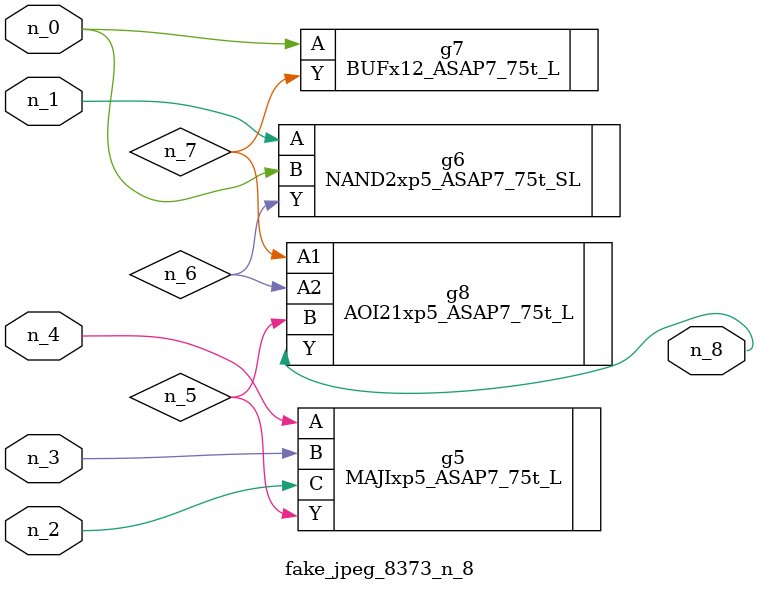
<source format=v>
module fake_jpeg_8373_n_8 (n_3, n_2, n_1, n_0, n_4, n_8);

input n_3;
input n_2;
input n_1;
input n_0;
input n_4;

output n_8;

wire n_6;
wire n_5;
wire n_7;

MAJIxp5_ASAP7_75t_L g5 ( 
.A(n_4),
.B(n_3),
.C(n_2),
.Y(n_5)
);

NAND2xp5_ASAP7_75t_SL g6 ( 
.A(n_1),
.B(n_0),
.Y(n_6)
);

BUFx12_ASAP7_75t_L g7 ( 
.A(n_0),
.Y(n_7)
);

AOI21xp5_ASAP7_75t_L g8 ( 
.A1(n_7),
.A2(n_6),
.B(n_5),
.Y(n_8)
);


endmodule
</source>
